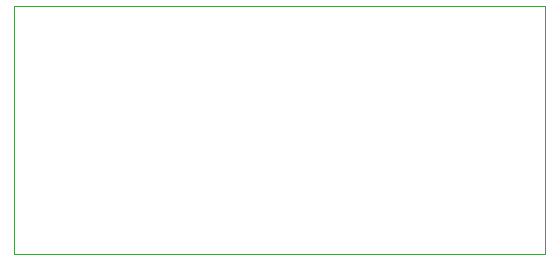
<source format=gbr>
G04 #@! TF.GenerationSoftware,KiCad,Pcbnew,5.1.6*
G04 #@! TF.CreationDate,2020-07-08T06:17:30-04:00*
G04 #@! TF.ProjectId,VS_robot_receiver,56535f72-6f62-46f7-945f-726563656976,rev?*
G04 #@! TF.SameCoordinates,Original*
G04 #@! TF.FileFunction,Profile,NP*
%FSLAX46Y46*%
G04 Gerber Fmt 4.6, Leading zero omitted, Abs format (unit mm)*
G04 Created by KiCad (PCBNEW 5.1.6) date 2020-07-08 06:17:30*
%MOMM*%
%LPD*%
G01*
G04 APERTURE LIST*
G04 #@! TA.AperFunction,Profile*
%ADD10C,0.050000*%
G04 #@! TD*
G04 APERTURE END LIST*
D10*
X130000000Y-114000000D02*
X175000000Y-114000000D01*
X175000000Y-93000000D02*
X130000000Y-93000000D01*
X130000000Y-93000000D02*
X130000000Y-114000000D01*
X175000000Y-93000000D02*
X175000000Y-114000000D01*
M02*

</source>
